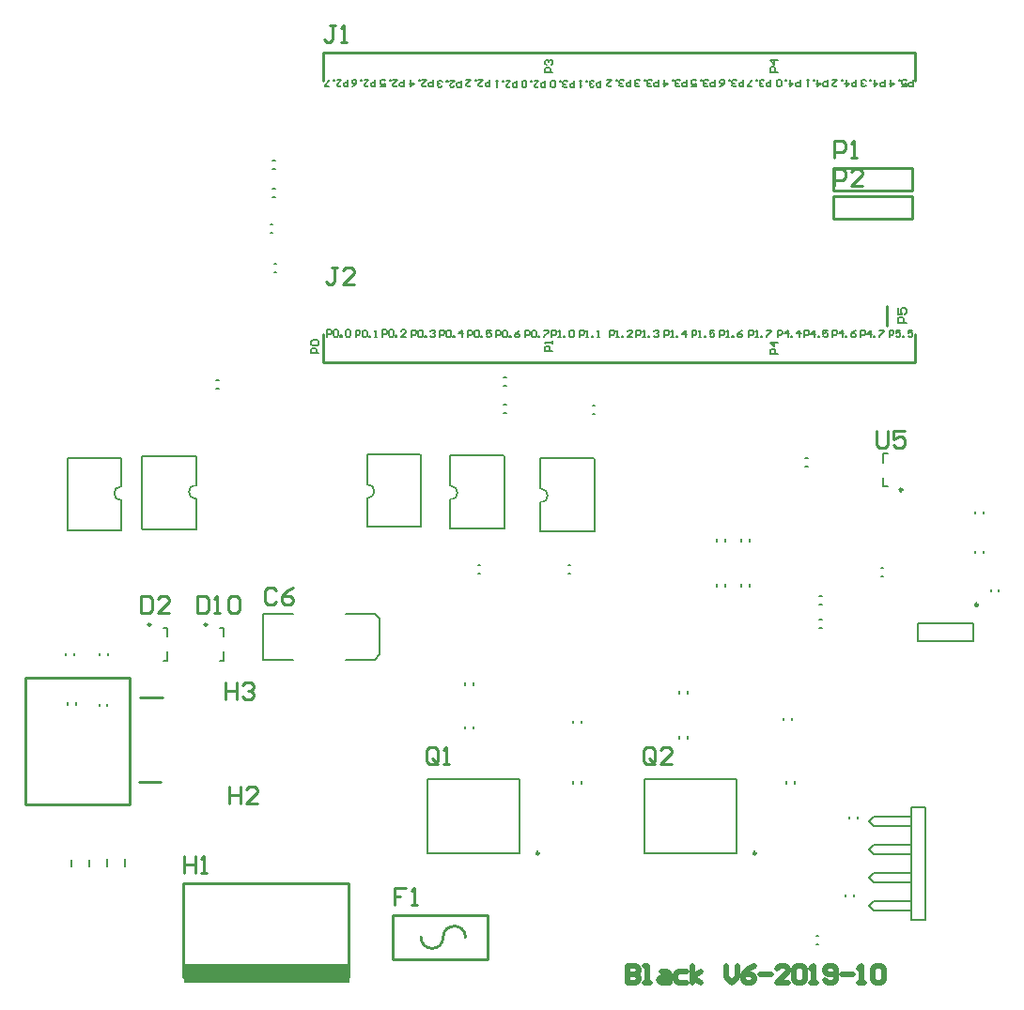
<source format=gto>
G04*
G04 #@! TF.GenerationSoftware,Altium Limited,Altium Designer,18.0.12 (696)*
G04*
G04 Layer_Color=65535*
%FSLAX25Y25*%
%MOIN*%
G70*
G01*
G75*
%ADD10C,0.00984*%
%ADD11C,0.01000*%
%ADD12C,0.00787*%
%ADD13C,0.02000*%
%ADD14R,0.59055X0.06500*%
D10*
X328335Y32046D02*
G03*
X328335Y32046I-492J0D01*
G01*
X301534Y72912D02*
G03*
X301534Y72912I-492J0D01*
G01*
X172606Y-56189D02*
G03*
X172606Y-56189I-492J0D01*
G01*
X34850Y24988D02*
G03*
X34850Y24988I-492J0D01*
G01*
X249606Y-56189D02*
G03*
X249606Y-56189I-492J0D01*
G01*
X54850Y24988D02*
G03*
X54850Y24988I-492J0D01*
G01*
D11*
X146474Y-86000D02*
G03*
X138600Y-86000I-3937J0D01*
G01*
X130726Y-86000D02*
G03*
X138600Y-86000I3937J0D01*
G01*
X306000Y218300D02*
Y228300D01*
X96000Y218300D02*
Y228300D01*
X306000D01*
X277000Y183300D02*
Y187300D01*
X305000D01*
Y179300D02*
Y187300D01*
X277000Y179300D02*
X305000D01*
X277000D02*
Y183300D01*
X96000Y118300D02*
X306000D01*
X96000D02*
Y128200D01*
X306000Y118300D02*
Y128300D01*
X46287Y-66815D02*
X105000D01*
X105000Y-100279D01*
X46287D02*
X105000D01*
X46287Y-66815D02*
X46287Y-100279D01*
X120736Y-93874D02*
X154201D01*
X120736D02*
Y-78126D01*
X154201D01*
Y-93874D02*
Y-78126D01*
X14075Y6000D02*
X27500Y6000D01*
X-9500D02*
X14075Y6000D01*
X31000Y-1000D02*
X39000Y-1000D01*
X-9500Y-39000D02*
X-9500Y6000D01*
X27500Y-39000D02*
X27500Y6000D01*
X-9500Y-39000D02*
X27500D01*
X30700Y-30800D02*
X38500Y-30800D01*
X296000Y131300D02*
Y138300D01*
X277000Y169300D02*
Y173300D01*
Y169300D02*
X305000D01*
Y177300D01*
X277000D02*
X305000D01*
X277000Y173300D02*
Y177300D01*
X100499Y237798D02*
X98499D01*
X99499D01*
Y232800D01*
X98499Y231800D01*
X97500D01*
X96500Y232800D01*
X102498Y231800D02*
X104497D01*
X103498D01*
Y237798D01*
X102498Y236798D01*
X79199Y37198D02*
X78199Y38198D01*
X76200D01*
X75200Y37198D01*
Y33200D01*
X76200Y32200D01*
X78199D01*
X79199Y33200D01*
X85197Y38198D02*
X83197Y37198D01*
X81198Y35199D01*
Y33200D01*
X82198Y32200D01*
X84197D01*
X85197Y33200D01*
Y34199D01*
X84197Y35199D01*
X81198D01*
X31200Y34998D02*
Y29000D01*
X34199D01*
X35199Y30000D01*
Y33998D01*
X34199Y34998D01*
X31200D01*
X41197Y29000D02*
X37198D01*
X41197Y32999D01*
Y33998D01*
X40197Y34998D01*
X38198D01*
X37198Y33998D01*
X51200Y34998D02*
Y29000D01*
X54199D01*
X55199Y30000D01*
Y33998D01*
X54199Y34998D01*
X51200D01*
X57198Y29000D02*
X59197D01*
X58198D01*
Y34998D01*
X57198Y33998D01*
X62196D02*
X63196Y34998D01*
X65196D01*
X66195Y33998D01*
Y30000D01*
X65196Y29000D01*
X63196D01*
X62196Y30000D01*
Y33998D01*
X125199Y-68602D02*
X121200D01*
Y-71601D01*
X123199D01*
X121200D01*
Y-74600D01*
X127198D02*
X129197D01*
X128198D01*
Y-68602D01*
X127198Y-69602D01*
X46800Y-57302D02*
Y-63300D01*
Y-60301D01*
X50799D01*
Y-57302D01*
Y-63300D01*
X52798D02*
X54797D01*
X53798D01*
Y-57302D01*
X52798Y-58302D01*
X62800Y-32402D02*
Y-38400D01*
Y-35401D01*
X66799D01*
Y-32402D01*
Y-38400D01*
X72797D02*
X68798D01*
X72797Y-34401D01*
Y-33402D01*
X71797Y-32402D01*
X69798D01*
X68798Y-33402D01*
X61200Y4392D02*
Y-1605D01*
Y1393D01*
X65199D01*
Y4392D01*
Y-1605D01*
X67198Y3393D02*
X68198Y4392D01*
X70197D01*
X71197Y3393D01*
Y2393D01*
X70197Y1393D01*
X69197D01*
X70197D01*
X71197Y394D01*
Y-606D01*
X70197Y-1605D01*
X68198D01*
X67198Y-606D01*
X136799Y-23600D02*
Y-19602D01*
X135799Y-18602D01*
X133800D01*
X132800Y-19602D01*
Y-23600D01*
X133800Y-24600D01*
X135799D01*
X134799Y-22601D02*
X136799Y-24600D01*
X135799D02*
X136799Y-23600D01*
X138798Y-24600D02*
X140797D01*
X139798D01*
Y-18602D01*
X138798Y-19602D01*
X213799Y-23600D02*
Y-19602D01*
X212799Y-18602D01*
X210800D01*
X209800Y-19602D01*
Y-23600D01*
X210800Y-24600D01*
X212799D01*
X211799Y-22601D02*
X213799Y-24600D01*
X212799D02*
X213799Y-23600D01*
X219797Y-24600D02*
X215798D01*
X219797Y-20601D01*
Y-19602D01*
X218797Y-18602D01*
X216798D01*
X215798Y-19602D01*
X292200Y93898D02*
Y88900D01*
X293200Y87900D01*
X295199D01*
X296199Y88900D01*
Y93898D01*
X302197D02*
X298198D01*
Y90899D01*
X300197Y91899D01*
X301197D01*
X302197Y90899D01*
Y88900D01*
X301197Y87900D01*
X299198D01*
X298198Y88900D01*
X100999Y151698D02*
X98999D01*
X99999D01*
Y146700D01*
X98999Y145700D01*
X98000D01*
X97000Y146700D01*
X106997Y145700D02*
X102998D01*
X106997Y149699D01*
Y150698D01*
X105997Y151698D01*
X103998D01*
X102998Y150698D01*
X277500Y190800D02*
Y196798D01*
X280499D01*
X281499Y195798D01*
Y193799D01*
X280499Y192799D01*
X277500D01*
X283498Y190800D02*
X285497D01*
X284498D01*
Y196798D01*
X283498Y195798D01*
X277500Y180800D02*
Y186798D01*
X280499D01*
X281499Y185798D01*
Y183799D01*
X280499Y182799D01*
X277500D01*
X287497Y180800D02*
X283498D01*
X287497Y184799D01*
Y185798D01*
X286497Y186798D01*
X284498D01*
X283498Y185798D01*
D12*
X111623Y69846D02*
G03*
X111623Y74846I0J2500D01*
G01*
X173123Y68346D02*
G03*
X173123Y73346I0J2500D01*
G01*
X24377Y74154D02*
G03*
X24377Y69154I0J-2500D01*
G01*
X50877Y74654D02*
G03*
X50877Y69654I0J-2500D01*
G01*
X141123Y69346D02*
G03*
X141123Y74346I0J2500D01*
G01*
X332887Y36806D02*
Y37594D01*
X335840Y36806D02*
Y37594D01*
X306958Y19250D02*
Y25550D01*
X326642Y19250D02*
Y25550D01*
X306958Y19250D02*
X326642D01*
X306958Y25550D02*
X326642D01*
X103950Y28771D02*
X114187D01*
X115958Y14401D02*
Y26999D01*
X74620Y12629D02*
Y28771D01*
Y12629D02*
X85250D01*
X74620Y28771D02*
X85250D01*
X114187Y28791D02*
X115958Y26999D01*
X114187Y12629D02*
X115958Y14401D01*
X103950Y12629D02*
X114187D01*
X294644Y73994D02*
X296219D01*
X294644D02*
Y77242D01*
Y85805D02*
X296219D01*
X294644Y82557D02*
Y85805D01*
X6550Y-60881D02*
Y-58519D01*
X12850Y-60881D02*
Y-58519D01*
X19350Y-60681D02*
Y-58319D01*
X25650Y-60681D02*
Y-58319D01*
X271050Y-85524D02*
X271837D01*
X271050Y-88476D02*
X271837D01*
X281406Y-71594D02*
Y-70806D01*
X284359Y-71594D02*
Y-70806D01*
X282660Y-43894D02*
Y-43106D01*
X285613Y-43894D02*
Y-43106D01*
X165618Y-56189D02*
Y-29811D01*
X133000Y-56189D02*
Y-29811D01*
Y-56189D02*
X165618D01*
X133000Y-29811D02*
X165618D01*
X39181Y23905D02*
X40756D01*
Y20658D02*
Y23905D01*
X39181Y12094D02*
X40756D01*
Y15342D01*
X150950Y43224D02*
X151737D01*
X150950Y46176D02*
X151737D01*
X309600Y-80000D02*
Y-40000D01*
X291267Y-76667D02*
X304600D01*
X289600Y-75000D02*
X291267Y-76667D01*
X289600Y-75000D02*
X291267Y-73333D01*
X304600D01*
X291267Y-66667D02*
X304600D01*
X289600Y-65000D02*
X291267Y-66667D01*
X289600Y-65000D02*
X291267Y-63333D01*
X304600D01*
X291267Y-56667D02*
X304600D01*
X289600Y-55000D02*
X291267Y-56667D01*
X289600Y-55000D02*
X291267Y-53333D01*
X304600D01*
X291267Y-46667D02*
X304600D01*
X289600Y-45000D02*
X291267Y-46667D01*
X289600Y-45000D02*
X291267Y-43333D01*
X304600D01*
Y-40000D02*
X309600D01*
X304600Y-80000D02*
X309600D01*
X304600D02*
Y-40000D01*
X58106Y108760D02*
X58894D01*
X58106Y111713D02*
X58894D01*
X191606Y99760D02*
X192394D01*
X191606Y102713D02*
X192394D01*
X77206Y164160D02*
X77994D01*
X77206Y167113D02*
X77994D01*
X160106Y109760D02*
X160894D01*
X160106Y112713D02*
X160894D01*
X294050Y45076D02*
X294837D01*
X294050Y42124D02*
X294837D01*
X182850Y46176D02*
X183637D01*
X182850Y43224D02*
X183637D01*
X267106Y81060D02*
X267894D01*
X267106Y84013D02*
X267894D01*
X160106Y100260D02*
X160894D01*
X160106Y103213D02*
X160894D01*
X327260Y64406D02*
Y65194D01*
X330213Y64406D02*
Y65194D01*
X238740Y54606D02*
Y55394D01*
X235787Y54606D02*
Y55394D01*
X222260Y-15394D02*
Y-14606D01*
X225213Y-15394D02*
Y-14606D01*
X222260Y606D02*
Y1394D01*
X225213Y606D02*
Y1394D01*
X327260Y50406D02*
Y51194D01*
X330213Y50406D02*
Y51194D01*
X244260Y54606D02*
Y55394D01*
X247213Y54606D02*
Y55394D01*
X184760Y-31394D02*
Y-30606D01*
X187713Y-31394D02*
Y-30606D01*
X184760Y-9894D02*
Y-9106D01*
X187713Y-9894D02*
Y-9106D01*
X272106Y26740D02*
X272894D01*
X272106Y23787D02*
X272894D01*
X5260Y-3394D02*
Y-2606D01*
X8213Y-3394D02*
Y-2606D01*
X4760Y14106D02*
Y14894D01*
X7713Y14106D02*
Y14894D01*
X272106Y32260D02*
X272894D01*
X272106Y35213D02*
X272894D01*
X260260Y-31394D02*
Y-30606D01*
X263213Y-31394D02*
Y-30606D01*
X259260Y-8894D02*
Y-8106D01*
X262213Y-8894D02*
Y-8106D01*
X210000Y-29811D02*
X242618D01*
X210000Y-56189D02*
X242618D01*
X210000D02*
Y-29811D01*
X242618Y-56189D02*
Y-29811D01*
X235760Y38606D02*
Y39394D01*
X238713Y38606D02*
Y39394D01*
X146260Y-11894D02*
Y-11106D01*
X149213Y-11894D02*
Y-11106D01*
X146260Y3606D02*
Y4394D01*
X149213Y3606D02*
Y4394D01*
X247240Y38606D02*
Y39394D01*
X244287Y38606D02*
Y39394D01*
X60756Y12094D02*
Y15342D01*
X59181Y12094D02*
X60756D01*
Y20658D02*
Y23905D01*
X59181D02*
X60756D01*
X111623Y59787D02*
Y69846D01*
Y74846D02*
Y85574D01*
X130678Y59787D02*
Y85377D01*
X111623Y85574D02*
X130481D01*
X111623Y59787D02*
X130678D01*
X173123Y58287D02*
Y68346D01*
Y73346D02*
Y84074D01*
X192178Y58287D02*
Y83877D01*
X173123Y84074D02*
X191981D01*
X173123Y58287D02*
X192178D01*
X24377Y74154D02*
Y84213D01*
Y58426D02*
Y69154D01*
X5322Y58623D02*
Y84213D01*
X5519Y58426D02*
X24377D01*
X5322Y84213D02*
X24377D01*
X78106Y176760D02*
X78894D01*
X78106Y179713D02*
X78894D01*
X78106Y186760D02*
X78894D01*
X78106Y189713D02*
X78894D01*
X78606Y150260D02*
X79394D01*
X78606Y153213D02*
X79394D01*
X19504Y-3890D02*
Y-3102D01*
X16551Y-3890D02*
Y-3102D01*
X19740Y14106D02*
Y14894D01*
X16787Y14106D02*
Y14894D01*
X50877Y74654D02*
Y84713D01*
Y58926D02*
Y69654D01*
X31822Y59123D02*
Y84713D01*
X32019Y58926D02*
X50877D01*
X31822Y84713D02*
X50877D01*
X141123Y59287D02*
Y69346D01*
Y74346D02*
Y85074D01*
X160178Y59287D02*
Y84877D01*
X141123Y85074D02*
X159981D01*
X141123Y59287D02*
X160178D01*
X305300Y218400D02*
Y216039D01*
X304119D01*
X303726Y216432D01*
Y217219D01*
X304119Y217613D01*
X305300D01*
X301364Y216039D02*
X302939D01*
Y217219D01*
X302151Y216826D01*
X301758D01*
X301364Y217219D01*
Y218006D01*
X301758Y218400D01*
X302545D01*
X302939Y218006D01*
X300577Y218400D02*
Y218006D01*
X300184D01*
Y218400D01*
X300577D01*
X297428D02*
Y216039D01*
X298609Y217219D01*
X297035D01*
X295200Y218400D02*
Y216039D01*
X294019D01*
X293626Y216432D01*
Y217219D01*
X294019Y217613D01*
X295200D01*
X291658Y218400D02*
Y216039D01*
X292839Y217219D01*
X291264D01*
X290477Y218400D02*
Y218006D01*
X290084D01*
Y218400D01*
X290477D01*
X288509Y216432D02*
X288116Y216039D01*
X287329D01*
X286935Y216432D01*
Y216826D01*
X287329Y217219D01*
X287722D01*
X287329D01*
X286935Y217613D01*
Y218006D01*
X287329Y218400D01*
X288116D01*
X288509Y218006D01*
X275000Y218500D02*
Y216139D01*
X273819D01*
X273426Y216532D01*
Y217319D01*
X273819Y217713D01*
X275000D01*
X271458Y218500D02*
Y216139D01*
X272639Y217319D01*
X271064D01*
X270277Y218500D02*
Y218106D01*
X269884D01*
Y218500D01*
X270277D01*
X268309D02*
X267522D01*
X267916D01*
Y216139D01*
X268309Y216532D01*
X265200Y218400D02*
Y216039D01*
X264019D01*
X263626Y216432D01*
Y217219D01*
X264019Y217613D01*
X265200D01*
X261658Y218400D02*
Y216039D01*
X262839Y217219D01*
X261264D01*
X260477Y218400D02*
Y218006D01*
X260084D01*
Y218400D01*
X260477D01*
X258509Y216432D02*
X258116Y216039D01*
X257329D01*
X256935Y216432D01*
Y218006D01*
X257329Y218400D01*
X258116D01*
X258509Y218006D01*
Y216432D01*
X254800Y218400D02*
Y216039D01*
X253619D01*
X253226Y216432D01*
Y217219D01*
X253619Y217613D01*
X254800D01*
X252439Y216432D02*
X252045Y216039D01*
X251258D01*
X250864Y216432D01*
Y216826D01*
X251258Y217219D01*
X251651D01*
X251258D01*
X250864Y217613D01*
Y218006D01*
X251258Y218400D01*
X252045D01*
X252439Y218006D01*
X250077Y218400D02*
Y218006D01*
X249684D01*
Y218400D01*
X250077D01*
X248109Y216039D02*
X246535D01*
Y216432D01*
X248109Y218006D01*
Y218400D01*
X245100D02*
Y216039D01*
X243919D01*
X243526Y216432D01*
Y217219D01*
X243919Y217613D01*
X245100D01*
X242739Y216432D02*
X242345Y216039D01*
X241558D01*
X241164Y216432D01*
Y216826D01*
X241558Y217219D01*
X241951D01*
X241558D01*
X241164Y217613D01*
Y218006D01*
X241558Y218400D01*
X242345D01*
X242739Y218006D01*
X240377Y218400D02*
Y218006D01*
X239984D01*
Y218400D01*
X240377D01*
X236835Y216039D02*
X237622Y216432D01*
X238409Y217219D01*
Y218006D01*
X238016Y218400D01*
X237228D01*
X236835Y218006D01*
Y217613D01*
X237228Y217219D01*
X238409D01*
X235000Y218400D02*
Y216039D01*
X233819D01*
X233426Y216432D01*
Y217219D01*
X233819Y217613D01*
X235000D01*
X232639Y216432D02*
X232245Y216039D01*
X231458D01*
X231064Y216432D01*
Y216826D01*
X231458Y217219D01*
X231851D01*
X231458D01*
X231064Y217613D01*
Y218006D01*
X231458Y218400D01*
X232245D01*
X232639Y218006D01*
X230277Y218400D02*
Y218006D01*
X229884D01*
Y218400D01*
X230277D01*
X226735Y216039D02*
X228309D01*
Y217219D01*
X227522Y216826D01*
X227129D01*
X226735Y217219D01*
Y218006D01*
X227129Y218400D01*
X227916D01*
X228309Y218006D01*
X225000Y218400D02*
Y216039D01*
X223819D01*
X223426Y216432D01*
Y217219D01*
X223819Y217613D01*
X225000D01*
X222639Y216432D02*
X222245Y216039D01*
X221458D01*
X221064Y216432D01*
Y216826D01*
X221458Y217219D01*
X221851D01*
X221458D01*
X221064Y217613D01*
Y218006D01*
X221458Y218400D01*
X222245D01*
X222639Y218006D01*
X220277Y218400D02*
Y218006D01*
X219884D01*
Y218400D01*
X220277D01*
X217128D02*
Y216039D01*
X218309Y217219D01*
X216735D01*
X215000Y218400D02*
Y216039D01*
X213819D01*
X213426Y216432D01*
Y217219D01*
X213819Y217613D01*
X215000D01*
X212639Y216432D02*
X212245Y216039D01*
X211458D01*
X211064Y216432D01*
Y216826D01*
X211458Y217219D01*
X211851D01*
X211458D01*
X211064Y217613D01*
Y218006D01*
X211458Y218400D01*
X212245D01*
X212639Y218006D01*
X210277Y218400D02*
Y218006D01*
X209884D01*
Y218400D01*
X210277D01*
X208309Y216432D02*
X207916Y216039D01*
X207129D01*
X206735Y216432D01*
Y216826D01*
X207129Y217219D01*
X207522D01*
X207129D01*
X206735Y217613D01*
Y218006D01*
X207129Y218400D01*
X207916D01*
X208309Y218006D01*
X194500Y218300D02*
Y215939D01*
X193319D01*
X192926Y216332D01*
Y217119D01*
X193319Y217513D01*
X194500D01*
X192139Y216332D02*
X191745Y215939D01*
X190958D01*
X190564Y216332D01*
Y216726D01*
X190958Y217119D01*
X191351D01*
X190958D01*
X190564Y217513D01*
Y217906D01*
X190958Y218300D01*
X191745D01*
X192139Y217906D01*
X189777Y218300D02*
Y217906D01*
X189383D01*
Y218300D01*
X189777D01*
X187809D02*
X187022D01*
X187416D01*
Y215939D01*
X187809Y216332D01*
X104800Y218400D02*
Y216039D01*
X103619D01*
X103226Y216432D01*
Y217219D01*
X103619Y217613D01*
X104800D01*
X100864Y218400D02*
X102439D01*
X100864Y216826D01*
Y216432D01*
X101258Y216039D01*
X102045D01*
X102439Y216432D01*
X100077Y218400D02*
Y218006D01*
X99684D01*
Y218400D01*
X100077D01*
X98109Y216039D02*
X96535D01*
Y216432D01*
X98109Y218006D01*
Y218400D01*
X114500D02*
Y216039D01*
X113319D01*
X112926Y216432D01*
Y217219D01*
X113319Y217613D01*
X114500D01*
X110564Y218400D02*
X112139D01*
X110564Y216826D01*
Y216432D01*
X110958Y216039D01*
X111745D01*
X112139Y216432D01*
X109777Y218400D02*
Y218006D01*
X109383D01*
Y218400D01*
X109777D01*
X106235Y216039D02*
X107022Y216432D01*
X107809Y217219D01*
Y218006D01*
X107416Y218400D01*
X106629D01*
X106235Y218006D01*
Y217613D01*
X106629Y217219D01*
X107809D01*
X124700Y218400D02*
Y216039D01*
X123519D01*
X123126Y216432D01*
Y217219D01*
X123519Y217613D01*
X124700D01*
X120764Y218400D02*
X122339D01*
X120764Y216826D01*
Y216432D01*
X121158Y216039D01*
X121945D01*
X122339Y216432D01*
X119977Y218400D02*
Y218006D01*
X119583D01*
Y218400D01*
X119977D01*
X116435Y216039D02*
X118009D01*
Y217219D01*
X117222Y216826D01*
X116829D01*
X116435Y217219D01*
Y218006D01*
X116829Y218400D01*
X117616D01*
X118009Y218006D01*
X164800Y218200D02*
Y215839D01*
X163619D01*
X163226Y216232D01*
Y217019D01*
X163619Y217413D01*
X164800D01*
X160864Y218200D02*
X162439D01*
X160864Y216626D01*
Y216232D01*
X161258Y215839D01*
X162045D01*
X162439Y216232D01*
X160077Y218200D02*
Y217806D01*
X159684D01*
Y218200D01*
X160077D01*
X158109D02*
X157322D01*
X157716D01*
Y215839D01*
X158109Y216232D01*
X174800Y218200D02*
Y215839D01*
X173619D01*
X173226Y216232D01*
Y217019D01*
X173619Y217413D01*
X174800D01*
X170864Y218200D02*
X172439D01*
X170864Y216626D01*
Y216232D01*
X171258Y215839D01*
X172045D01*
X172439Y216232D01*
X170077Y218200D02*
Y217806D01*
X169684D01*
Y218200D01*
X170077D01*
X168109Y216232D02*
X167716Y215839D01*
X166929D01*
X166535Y216232D01*
Y217806D01*
X166929Y218200D01*
X167716D01*
X168109Y217806D01*
Y216232D01*
X177500Y221000D02*
X174745D01*
Y222377D01*
X175204Y222837D01*
X176122D01*
X176582Y222377D01*
Y221000D01*
X175204Y223755D02*
X174745Y224214D01*
Y225132D01*
X175204Y225592D01*
X175663D01*
X176122Y225132D01*
Y224673D01*
Y225132D01*
X176582Y225592D01*
X177041D01*
X177500Y225132D01*
Y224214D01*
X177041Y223755D01*
X257400Y221200D02*
X254645D01*
Y222578D01*
X255104Y223037D01*
X256023D01*
X256482Y222578D01*
Y221200D01*
X257400Y225332D02*
X254645D01*
X256023Y223955D01*
Y225792D01*
X205100Y218400D02*
Y216039D01*
X203919D01*
X203526Y216432D01*
Y217219D01*
X203919Y217613D01*
X205100D01*
X202739Y216432D02*
X202345Y216039D01*
X201558D01*
X201164Y216432D01*
Y216826D01*
X201558Y217219D01*
X201951D01*
X201558D01*
X201164Y217613D01*
Y218006D01*
X201558Y218400D01*
X202345D01*
X202739Y218006D01*
X200377Y218400D02*
Y218006D01*
X199984D01*
Y218400D01*
X200377D01*
X196835D02*
X198409D01*
X196835Y216826D01*
Y216432D01*
X197229Y216039D01*
X198016D01*
X198409Y216432D01*
X144900Y218300D02*
Y215939D01*
X143719D01*
X143326Y216332D01*
Y217119D01*
X143719Y217513D01*
X144900D01*
X140964Y218300D02*
X142539D01*
X140964Y216726D01*
Y216332D01*
X141358Y215939D01*
X142145D01*
X142539Y216332D01*
X140177Y218300D02*
Y217906D01*
X139784D01*
Y218300D01*
X140177D01*
X138209Y216332D02*
X137816Y215939D01*
X137029D01*
X136635Y216332D01*
Y216726D01*
X137029Y217119D01*
X137422D01*
X137029D01*
X136635Y217513D01*
Y217906D01*
X137029Y218300D01*
X137816D01*
X138209Y217906D01*
X155100Y218400D02*
Y216039D01*
X153919D01*
X153526Y216432D01*
Y217219D01*
X153919Y217613D01*
X155100D01*
X151164Y218400D02*
X152739D01*
X151164Y216826D01*
Y216432D01*
X151558Y216039D01*
X152345D01*
X152739Y216432D01*
X150377Y218400D02*
Y218006D01*
X149984D01*
Y218400D01*
X150377D01*
X146835D02*
X148409D01*
X146835Y216826D01*
Y216432D01*
X147229Y216039D01*
X148016D01*
X148409Y216432D01*
X135000Y218400D02*
Y216039D01*
X133819D01*
X133426Y216432D01*
Y217219D01*
X133819Y217613D01*
X135000D01*
X131064Y218400D02*
X132639D01*
X131064Y216826D01*
Y216432D01*
X131458Y216039D01*
X132245D01*
X132639Y216432D01*
X130277Y218400D02*
Y218006D01*
X129884D01*
Y218400D01*
X130277D01*
X127129D02*
Y216039D01*
X128309Y217219D01*
X126735D01*
X185100Y218100D02*
Y215739D01*
X183919D01*
X183526Y216132D01*
Y216919D01*
X183919Y217313D01*
X185100D01*
X182739Y216132D02*
X182345Y215739D01*
X181558D01*
X181164Y216132D01*
Y216526D01*
X181558Y216919D01*
X181951D01*
X181558D01*
X181164Y217313D01*
Y217706D01*
X181558Y218100D01*
X182345D01*
X182739Y217706D01*
X180377Y218100D02*
Y217706D01*
X179983D01*
Y218100D01*
X180377D01*
X178409Y216132D02*
X178016Y215739D01*
X177228D01*
X176835Y216132D01*
Y217706D01*
X177228Y218100D01*
X178016D01*
X178409Y217706D01*
Y216132D01*
X285100Y218400D02*
Y216039D01*
X283919D01*
X283526Y216432D01*
Y217219D01*
X283919Y217613D01*
X285100D01*
X281558Y218400D02*
Y216039D01*
X282739Y217219D01*
X281164D01*
X280377Y218400D02*
Y218006D01*
X279984D01*
Y218400D01*
X280377D01*
X276835D02*
X278409D01*
X276835Y216826D01*
Y216432D01*
X277228Y216039D01*
X278016D01*
X278409Y216432D01*
X303000Y132100D02*
X299851D01*
Y133674D01*
X300376Y134199D01*
X301426D01*
X301951Y133674D01*
Y132100D01*
X299851Y137348D02*
Y135249D01*
X301426D01*
X300901Y136298D01*
Y136823D01*
X301426Y137348D01*
X302475D01*
X303000Y136823D01*
Y135773D01*
X302475Y135249D01*
X257300Y127200D02*
Y129561D01*
X258481D01*
X258874Y129168D01*
Y128381D01*
X258481Y127987D01*
X257300D01*
X260842Y127200D02*
Y129561D01*
X259661Y128381D01*
X261236D01*
X262023Y127200D02*
Y127594D01*
X262416D01*
Y127200D01*
X262023D01*
X265172D02*
Y129561D01*
X263991Y128381D01*
X265565D01*
X177100Y127100D02*
Y129461D01*
X178281D01*
X178674Y129068D01*
Y128281D01*
X178281Y127887D01*
X177100D01*
X179461Y127100D02*
X180249D01*
X179855D01*
Y129461D01*
X179461Y129068D01*
X181429Y127100D02*
Y127494D01*
X181823D01*
Y127100D01*
X181429D01*
X183397Y129068D02*
X183791Y129461D01*
X184578D01*
X184971Y129068D01*
Y127494D01*
X184578Y127100D01*
X183791D01*
X183397Y127494D01*
Y129068D01*
X266800Y127100D02*
Y129461D01*
X267981D01*
X268374Y129068D01*
Y128281D01*
X267981Y127887D01*
X266800D01*
X270342Y127100D02*
Y129461D01*
X269161Y128281D01*
X270736D01*
X271523Y127100D02*
Y127494D01*
X271916D01*
Y127100D01*
X271523D01*
X275065Y129461D02*
X273491D01*
Y128281D01*
X274278Y128674D01*
X274672D01*
X275065Y128281D01*
Y127494D01*
X274672Y127100D01*
X273884D01*
X273491Y127494D01*
X276700Y127200D02*
Y129561D01*
X277881D01*
X278274Y129168D01*
Y128381D01*
X277881Y127987D01*
X276700D01*
X280242Y127200D02*
Y129561D01*
X279061Y128381D01*
X280636D01*
X281423Y127200D02*
Y127594D01*
X281816D01*
Y127200D01*
X281423D01*
X284965Y129561D02*
X284178Y129168D01*
X283391Y128381D01*
Y127594D01*
X283784Y127200D01*
X284572D01*
X284965Y127594D01*
Y127987D01*
X284572Y128381D01*
X283391D01*
X94500Y121400D02*
X91745D01*
Y122777D01*
X92204Y123237D01*
X93123D01*
X93582Y122777D01*
Y121400D01*
X92204Y124155D02*
X91745Y124614D01*
Y125532D01*
X92204Y125992D01*
X94041D01*
X94500Y125532D01*
Y124614D01*
X94041Y124155D01*
X92204D01*
X177400Y122000D02*
X174645D01*
Y123378D01*
X175104Y123837D01*
X176023D01*
X176482Y123378D01*
Y122000D01*
X177400Y124755D02*
Y125673D01*
Y125214D01*
X174645D01*
X175104Y124755D01*
X257300Y121000D02*
X254545D01*
Y122378D01*
X255004Y122837D01*
X255923D01*
X256382Y122378D01*
Y121000D01*
X257300Y125133D02*
X254545D01*
X255923Y123755D01*
Y125592D01*
X296900Y127200D02*
Y129561D01*
X298081D01*
X298474Y129168D01*
Y128381D01*
X298081Y127987D01*
X296900D01*
X300836Y129561D02*
X299261D01*
Y128381D01*
X300049Y128774D01*
X300442D01*
X300836Y128381D01*
Y127594D01*
X300442Y127200D01*
X299655D01*
X299261Y127594D01*
X301623Y127200D02*
Y127594D01*
X302016D01*
Y127200D01*
X301623D01*
X305165Y129561D02*
X303591D01*
Y128381D01*
X304378Y128774D01*
X304771D01*
X305165Y128381D01*
Y127594D01*
X304771Y127200D01*
X303984D01*
X303591Y127594D01*
X286700Y127100D02*
Y129461D01*
X287881D01*
X288274Y129068D01*
Y128281D01*
X287881Y127887D01*
X286700D01*
X290242Y127100D02*
Y129461D01*
X289061Y128281D01*
X290636D01*
X291423Y127100D02*
Y127494D01*
X291816D01*
Y127100D01*
X291423D01*
X293391Y129461D02*
X294965D01*
Y129068D01*
X293391Y127494D01*
Y127100D01*
X247100D02*
Y129461D01*
X248281D01*
X248674Y129068D01*
Y128281D01*
X248281Y127887D01*
X247100D01*
X249461Y127100D02*
X250249D01*
X249855D01*
Y129461D01*
X249461Y129068D01*
X251429Y127100D02*
Y127494D01*
X251823D01*
Y127100D01*
X251429D01*
X253397Y129461D02*
X254972D01*
Y129068D01*
X253397Y127494D01*
Y127100D01*
X226900D02*
Y129461D01*
X228081D01*
X228474Y129068D01*
Y128281D01*
X228081Y127887D01*
X226900D01*
X229261Y127100D02*
X230049D01*
X229655D01*
Y129461D01*
X229261Y129068D01*
X231229Y127100D02*
Y127494D01*
X231623D01*
Y127100D01*
X231229D01*
X234771Y129461D02*
X233197D01*
Y128281D01*
X233984Y128674D01*
X234378D01*
X234771Y128281D01*
Y127494D01*
X234378Y127100D01*
X233591D01*
X233197Y127494D01*
X217100Y127100D02*
Y129461D01*
X218281D01*
X218674Y129068D01*
Y128281D01*
X218281Y127887D01*
X217100D01*
X219461Y127100D02*
X220249D01*
X219855D01*
Y129461D01*
X219461Y129068D01*
X221429Y127100D02*
Y127494D01*
X221823D01*
Y127100D01*
X221429D01*
X224578D02*
Y129461D01*
X223397Y128281D01*
X224972D01*
X207100Y127200D02*
Y129561D01*
X208281D01*
X208674Y129168D01*
Y128381D01*
X208281Y127987D01*
X207100D01*
X209461Y127200D02*
X210249D01*
X209855D01*
Y129561D01*
X209461Y129168D01*
X211429Y127200D02*
Y127594D01*
X211823D01*
Y127200D01*
X211429D01*
X213397Y129168D02*
X213791Y129561D01*
X214578D01*
X214971Y129168D01*
Y128774D01*
X214578Y128381D01*
X214184D01*
X214578D01*
X214971Y127987D01*
Y127594D01*
X214578Y127200D01*
X213791D01*
X213397Y127594D01*
X197700Y127200D02*
Y129561D01*
X198881D01*
X199274Y129168D01*
Y128381D01*
X198881Y127987D01*
X197700D01*
X200061Y127200D02*
X200849D01*
X200455D01*
Y129561D01*
X200061Y129168D01*
X202029Y127200D02*
Y127594D01*
X202423D01*
Y127200D01*
X202029D01*
X205572D02*
X203997D01*
X205572Y128774D01*
Y129168D01*
X205178Y129561D01*
X204391D01*
X203997Y129168D01*
X187000Y127200D02*
Y129561D01*
X188181D01*
X188574Y129168D01*
Y128381D01*
X188181Y127987D01*
X187000D01*
X189361Y127200D02*
X190149D01*
X189755D01*
Y129561D01*
X189361Y129168D01*
X191329Y127200D02*
Y127594D01*
X191723D01*
Y127200D01*
X191329D01*
X193297D02*
X194084D01*
X193691D01*
Y129561D01*
X193297Y129168D01*
X167700Y127000D02*
Y129361D01*
X168881D01*
X169274Y128968D01*
Y128181D01*
X168881Y127787D01*
X167700D01*
X170061Y128968D02*
X170455Y129361D01*
X171242D01*
X171636Y128968D01*
Y127394D01*
X171242Y127000D01*
X170455D01*
X170061Y127394D01*
Y128968D01*
X172423Y127000D02*
Y127394D01*
X172817D01*
Y127000D01*
X172423D01*
X174391Y129361D02*
X175965D01*
Y128968D01*
X174391Y127394D01*
Y127000D01*
X157400D02*
Y129361D01*
X158581D01*
X158974Y128968D01*
Y128181D01*
X158581Y127787D01*
X157400D01*
X159761Y128968D02*
X160155Y129361D01*
X160942D01*
X161336Y128968D01*
Y127394D01*
X160942Y127000D01*
X160155D01*
X159761Y127394D01*
Y128968D01*
X162123Y127000D02*
Y127394D01*
X162516D01*
Y127000D01*
X162123D01*
X165665Y129361D02*
X164878Y128968D01*
X164091Y128181D01*
Y127394D01*
X164484Y127000D01*
X165271D01*
X165665Y127394D01*
Y127787D01*
X165271Y128181D01*
X164091D01*
X147300Y127100D02*
Y129461D01*
X148481D01*
X148874Y129068D01*
Y128281D01*
X148481Y127887D01*
X147300D01*
X149661Y129068D02*
X150055Y129461D01*
X150842D01*
X151236Y129068D01*
Y127494D01*
X150842Y127100D01*
X150055D01*
X149661Y127494D01*
Y129068D01*
X152023Y127100D02*
Y127494D01*
X152417D01*
Y127100D01*
X152023D01*
X155565Y129461D02*
X153991D01*
Y128281D01*
X154778Y128674D01*
X155172D01*
X155565Y128281D01*
Y127494D01*
X155172Y127100D01*
X154384D01*
X153991Y127494D01*
X137400Y127200D02*
Y129561D01*
X138581D01*
X138974Y129168D01*
Y128381D01*
X138581Y127987D01*
X137400D01*
X139761Y129168D02*
X140155Y129561D01*
X140942D01*
X141336Y129168D01*
Y127594D01*
X140942Y127200D01*
X140155D01*
X139761Y127594D01*
Y129168D01*
X142123Y127200D02*
Y127594D01*
X142517D01*
Y127200D01*
X142123D01*
X145272D02*
Y129561D01*
X144091Y128381D01*
X145665D01*
X127400Y127200D02*
Y129561D01*
X128581D01*
X128974Y129168D01*
Y128381D01*
X128581Y127987D01*
X127400D01*
X129761Y129168D02*
X130155Y129561D01*
X130942D01*
X131336Y129168D01*
Y127594D01*
X130942Y127200D01*
X130155D01*
X129761Y127594D01*
Y129168D01*
X132123Y127200D02*
Y127594D01*
X132517D01*
Y127200D01*
X132123D01*
X134091Y129168D02*
X134484Y129561D01*
X135272D01*
X135665Y129168D01*
Y128774D01*
X135272Y128381D01*
X134878D01*
X135272D01*
X135665Y127987D01*
Y127594D01*
X135272Y127200D01*
X134484D01*
X134091Y127594D01*
X117000Y127300D02*
Y129661D01*
X118181D01*
X118574Y129268D01*
Y128481D01*
X118181Y128087D01*
X117000D01*
X119361Y129268D02*
X119755Y129661D01*
X120542D01*
X120936Y129268D01*
Y127694D01*
X120542Y127300D01*
X119755D01*
X119361Y127694D01*
Y129268D01*
X121723Y127300D02*
Y127694D01*
X122116D01*
Y127300D01*
X121723D01*
X125265D02*
X123691D01*
X125265Y128874D01*
Y129268D01*
X124872Y129661D01*
X124084D01*
X123691Y129268D01*
X107600Y127200D02*
Y129561D01*
X108781D01*
X109174Y129168D01*
Y128381D01*
X108781Y127987D01*
X107600D01*
X109961Y129168D02*
X110355Y129561D01*
X111142D01*
X111536Y129168D01*
Y127594D01*
X111142Y127200D01*
X110355D01*
X109961Y127594D01*
Y129168D01*
X112323Y127200D02*
Y127594D01*
X112716D01*
Y127200D01*
X112323D01*
X114291D02*
X115078D01*
X114684D01*
Y129561D01*
X114291Y129168D01*
X97400Y127300D02*
Y129661D01*
X98581D01*
X98974Y129268D01*
Y128481D01*
X98581Y128087D01*
X97400D01*
X99761Y129268D02*
X100155Y129661D01*
X100942D01*
X101336Y129268D01*
Y127694D01*
X100942Y127300D01*
X100155D01*
X99761Y127694D01*
Y129268D01*
X102123Y127300D02*
Y127694D01*
X102516D01*
Y127300D01*
X102123D01*
X104091Y129268D02*
X104484Y129661D01*
X105271D01*
X105665Y129268D01*
Y127694D01*
X105271Y127300D01*
X104484D01*
X104091Y127694D01*
Y129268D01*
X236800Y127100D02*
Y129461D01*
X237981D01*
X238374Y129068D01*
Y128281D01*
X237981Y127887D01*
X236800D01*
X239161Y127100D02*
X239949D01*
X239555D01*
Y129461D01*
X239161Y129068D01*
X241129Y127100D02*
Y127494D01*
X241523D01*
Y127100D01*
X241129D01*
X244672Y129461D02*
X243884Y129068D01*
X243097Y128281D01*
Y127494D01*
X243491Y127100D01*
X244278D01*
X244672Y127494D01*
Y127887D01*
X244278Y128281D01*
X243097D01*
X303000Y132100D02*
X299851D01*
Y133674D01*
X300376Y134199D01*
X301426D01*
X301951Y133674D01*
Y132100D01*
X299851Y137348D02*
Y135249D01*
X301426D01*
X300901Y136298D01*
Y136823D01*
X301426Y137348D01*
X302475D01*
X303000Y136823D01*
Y135773D01*
X302475Y135249D01*
X257400Y221200D02*
X254645D01*
Y222578D01*
X255104Y223037D01*
X256023D01*
X256482Y222578D01*
Y221200D01*
X257400Y225332D02*
X254645D01*
X256023Y223955D01*
Y225792D01*
X177500Y221000D02*
X174745D01*
Y222377D01*
X175204Y222837D01*
X176122D01*
X176582Y222377D01*
Y221000D01*
X175204Y223755D02*
X174745Y224214D01*
Y225132D01*
X175204Y225592D01*
X175663D01*
X176122Y225132D01*
Y224673D01*
Y225132D01*
X176582Y225592D01*
X177041D01*
X177500Y225132D01*
Y224214D01*
X177041Y223755D01*
X257400Y221200D02*
X254645D01*
Y222578D01*
X255104Y223037D01*
X256023D01*
X256482Y222578D01*
Y221200D01*
X257400Y225332D02*
X254645D01*
X256023Y223955D01*
Y225792D01*
X177500Y221000D02*
X174745D01*
Y222377D01*
X175204Y222837D01*
X176122D01*
X176582Y222377D01*
Y221000D01*
X175204Y223755D02*
X174745Y224214D01*
Y225132D01*
X175204Y225592D01*
X175663D01*
X176122Y225132D01*
Y224673D01*
Y225132D01*
X176582Y225592D01*
X177041D01*
X177500Y225132D01*
Y224214D01*
X177041Y223755D01*
D13*
X203900Y-96302D02*
Y-102300D01*
X206899D01*
X207899Y-101300D01*
Y-100301D01*
X206899Y-99301D01*
X203900D01*
X206899D01*
X207899Y-98301D01*
Y-97302D01*
X206899Y-96302D01*
X203900D01*
X209898Y-102300D02*
X211897D01*
X210898D01*
Y-96302D01*
X209898D01*
X215896Y-98301D02*
X217896D01*
X218895Y-99301D01*
Y-102300D01*
X215896D01*
X214896Y-101300D01*
X215896Y-100301D01*
X218895D01*
X224893Y-98301D02*
X221894D01*
X220895Y-99301D01*
Y-101300D01*
X221894Y-102300D01*
X224893D01*
X226893D02*
Y-96302D01*
Y-100301D02*
X229892Y-98301D01*
X226893Y-100301D02*
X229892Y-102300D01*
X238889Y-96302D02*
Y-100301D01*
X240888Y-102300D01*
X242887Y-100301D01*
Y-96302D01*
X248885D02*
X246886Y-97302D01*
X244887Y-99301D01*
Y-101300D01*
X245886Y-102300D01*
X247886D01*
X248885Y-101300D01*
Y-100301D01*
X247886Y-99301D01*
X244887D01*
X250885D02*
X254884D01*
X260882Y-102300D02*
X256883D01*
X260882Y-98301D01*
Y-97302D01*
X259882Y-96302D01*
X257882D01*
X256883Y-97302D01*
X262881D02*
X263881Y-96302D01*
X265880D01*
X266880Y-97302D01*
Y-101300D01*
X265880Y-102300D01*
X263881D01*
X262881Y-101300D01*
Y-97302D01*
X268879Y-102300D02*
X270878D01*
X269879D01*
Y-96302D01*
X268879Y-97302D01*
X273877Y-101300D02*
X274877Y-102300D01*
X276876D01*
X277876Y-101300D01*
Y-97302D01*
X276876Y-96302D01*
X274877D01*
X273877Y-97302D01*
Y-98301D01*
X274877Y-99301D01*
X277876D01*
X279875D02*
X283874D01*
X285874Y-102300D02*
X287873D01*
X286873D01*
Y-96302D01*
X285874Y-97302D01*
X290872D02*
X291872Y-96302D01*
X293871D01*
X294871Y-97302D01*
Y-101300D01*
X293871Y-102300D01*
X291872D01*
X290872Y-101300D01*
Y-97302D01*
D14*
X76028Y-98750D02*
D03*
M02*

</source>
